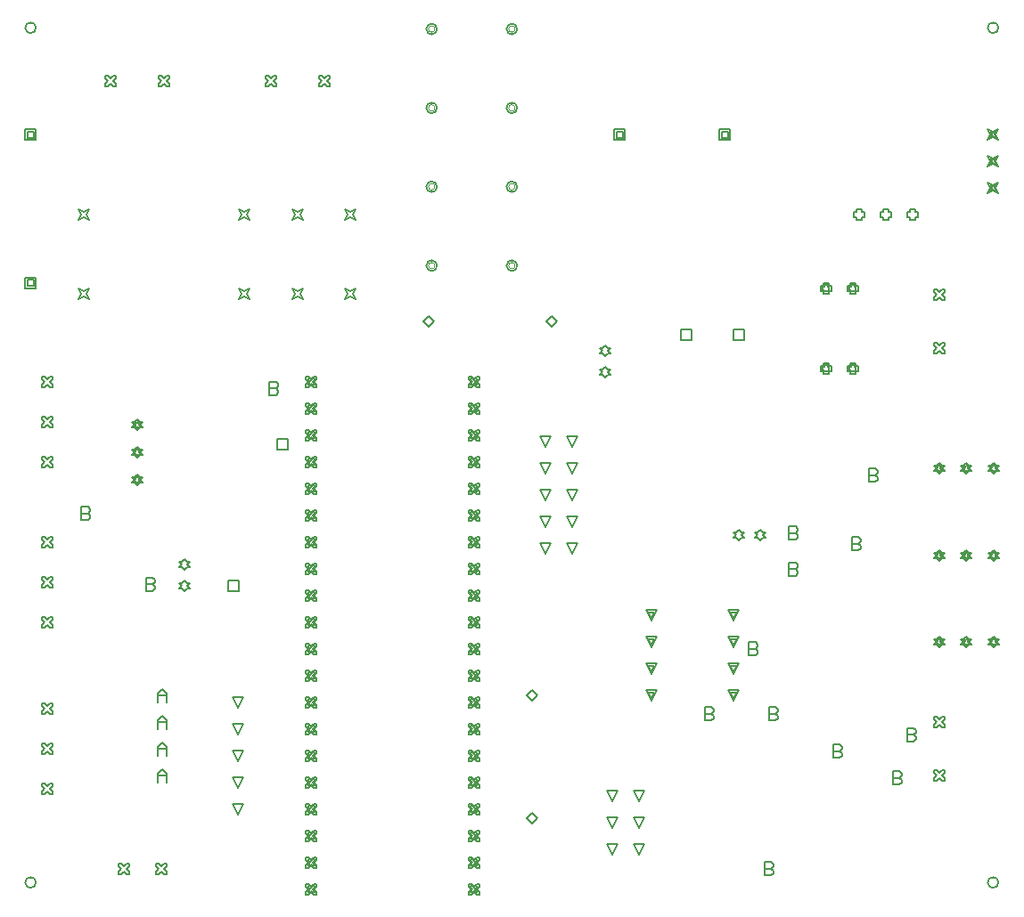
<source format=gbr>
%TF.GenerationSoftware,Altium Limited,Altium Designer,22.4.2 (48)*%
G04 Layer_Color=2752767*
%FSLAX26Y26*%
%MOIN*%
%TF.SameCoordinates,A4870EFA-22FD-4628-A34E-0957DAB8BB32*%
%TF.FilePolarity,Positive*%
%TF.FileFunction,Drawing*%
%TF.Part,Single*%
G01*
G75*
%TA.AperFunction,NonConductor*%
%ADD60C,0.005000*%
%ADD130C,0.006667*%
%ADD131C,0.004000*%
D60*
X939448Y1689252D02*
Y1729252D01*
X979448D01*
Y1689252D01*
X939448D01*
X1120552Y2220748D02*
Y2260748D01*
X1160552D01*
Y2220748D01*
X1120552D01*
X2125000Y1830000D02*
X2105000Y1870000D01*
X2145000D01*
X2125000Y1830000D01*
Y1930000D02*
X2105000Y1970000D01*
X2145000D01*
X2125000Y1930000D01*
Y2030000D02*
X2105000Y2070000D01*
X2145000D01*
X2125000Y2030000D01*
Y2130000D02*
X2105000Y2170000D01*
X2145000D01*
X2125000Y2130000D01*
Y2230000D02*
X2105000Y2270000D01*
X2145000D01*
X2125000Y2230000D01*
X2225000D02*
X2205000Y2270000D01*
X2245000D01*
X2225000Y2230000D01*
Y2130000D02*
X2205000Y2170000D01*
X2245000D01*
X2225000Y2130000D01*
Y2030000D02*
X2205000Y2070000D01*
X2245000D01*
X2225000Y2030000D01*
Y1930000D02*
X2205000Y1970000D01*
X2245000D01*
X2225000Y1930000D01*
Y1830000D02*
X2205000Y1870000D01*
X2245000D01*
X2225000Y1830000D01*
X775000Y1769370D02*
X785000Y1779370D01*
X795000D01*
X785000Y1789370D01*
X795000Y1799370D01*
X785000D01*
X775000Y1809370D01*
X765000Y1799370D01*
X755000D01*
X765000Y1789370D01*
X755000Y1779370D01*
X765000D01*
X775000Y1769370D01*
Y1690630D02*
X785000Y1700630D01*
X795000D01*
X785000Y1710630D01*
X795000Y1720630D01*
X785000D01*
X775000Y1730630D01*
X765000Y1720630D01*
X755000D01*
X765000Y1710630D01*
X755000Y1700630D01*
X765000D01*
X775000Y1690630D01*
X2350000Y2569370D02*
X2360000Y2579370D01*
X2370000D01*
X2360000Y2589370D01*
X2370000Y2599370D01*
X2360000D01*
X2350000Y2609370D01*
X2340000Y2599370D01*
X2330000D01*
X2340000Y2589370D01*
X2330000Y2579370D01*
X2340000D01*
X2350000Y2569370D01*
Y2490630D02*
X2360000Y2500630D01*
X2370000D01*
X2360000Y2510630D01*
X2370000Y2520630D01*
X2360000D01*
X2350000Y2530630D01*
X2340000Y2520630D01*
X2330000D01*
X2340000Y2510630D01*
X2330000Y2500630D01*
X2340000D01*
X2350000Y2490630D01*
X379212Y3080000D02*
X389212Y3100000D01*
X379212Y3120000D01*
X399212Y3110000D01*
X419212Y3120000D01*
X409212Y3100000D01*
X419212Y3080000D01*
X399212Y3090000D01*
X379212Y3080000D01*
X980000D02*
X990000Y3100000D01*
X980000Y3120000D01*
X1000000Y3110000D01*
X1020000Y3120000D01*
X1010000Y3100000D01*
X1020000Y3080000D01*
X1000000Y3090000D01*
X980000Y3080000D01*
X1178426D02*
X1188426Y3100000D01*
X1178426Y3120000D01*
X1198426Y3110000D01*
X1218426Y3120000D01*
X1208426Y3100000D01*
X1218426Y3080000D01*
X1198426Y3090000D01*
X1178426Y3080000D01*
X1376850D02*
X1386850Y3100000D01*
X1376850Y3120000D01*
X1396850Y3110000D01*
X1416850Y3120000D01*
X1406850Y3100000D01*
X1416850Y3080000D01*
X1396850Y3090000D01*
X1376850Y3080000D01*
Y2784724D02*
X1386850Y2804724D01*
X1376850Y2824724D01*
X1396850Y2814724D01*
X1416850Y2824724D01*
X1406850Y2804724D01*
X1416850Y2784724D01*
X1396850Y2794724D01*
X1376850Y2784724D01*
X1178426D02*
X1188426Y2804724D01*
X1178426Y2824724D01*
X1198426Y2814724D01*
X1218426Y2824724D01*
X1208426Y2804724D01*
X1218426Y2784724D01*
X1198426Y2794724D01*
X1178426Y2784724D01*
X980000D02*
X990000Y2804724D01*
X980000Y2824724D01*
X1000000Y2814724D01*
X1020000Y2824724D01*
X1010000Y2804724D01*
X1020000Y2784724D01*
X1000000Y2794724D01*
X980000Y2784724D01*
X379212D02*
X389212Y2804724D01*
X379212Y2824724D01*
X399212Y2814724D01*
X419212Y2824724D01*
X409212Y2804724D01*
X419212Y2784724D01*
X399212Y2794724D01*
X379212Y2784724D01*
X3490000Y3090000D02*
Y3080000D01*
X3510000D01*
Y3090000D01*
X3520000D01*
Y3110000D01*
X3510000D01*
Y3120000D01*
X3490000D01*
Y3110000D01*
X3480000D01*
Y3090000D01*
X3490000D01*
X3390000D02*
Y3080000D01*
X3410000D01*
Y3090000D01*
X3420000D01*
Y3110000D01*
X3410000D01*
Y3120000D01*
X3390000D01*
Y3110000D01*
X3380000D01*
Y3090000D01*
X3390000D01*
X3290000D02*
Y3080000D01*
X3310000D01*
Y3090000D01*
X3320000D01*
Y3110000D01*
X3310000D01*
Y3120000D01*
X3290000D01*
Y3110000D01*
X3280000D01*
Y3090000D01*
X3290000D01*
X680000Y3580000D02*
X690000D01*
X700000Y3590000D01*
X710000Y3580000D01*
X720000D01*
Y3590000D01*
X710000Y3600000D01*
X720000Y3610000D01*
Y3620000D01*
X710000D01*
X700000Y3610000D01*
X690000Y3620000D01*
X680000D01*
Y3610000D01*
X690000Y3600000D01*
X680000Y3590000D01*
Y3580000D01*
X480000D02*
X490000D01*
X500000Y3590000D01*
X510000Y3580000D01*
X520000D01*
Y3590000D01*
X510000Y3600000D01*
X520000Y3610000D01*
Y3620000D01*
X510000D01*
X500000Y3610000D01*
X490000Y3620000D01*
X480000D01*
Y3610000D01*
X490000Y3600000D01*
X480000Y3590000D01*
Y3580000D01*
X1280000D02*
X1290000D01*
X1300000Y3590000D01*
X1310000Y3580000D01*
X1320000D01*
Y3590000D01*
X1310000Y3600000D01*
X1320000Y3610000D01*
Y3620000D01*
X1310000D01*
X1300000Y3610000D01*
X1290000Y3620000D01*
X1280000D01*
Y3610000D01*
X1290000Y3600000D01*
X1280000Y3590000D01*
Y3580000D01*
X1080000D02*
X1090000D01*
X1100000Y3590000D01*
X1110000Y3580000D01*
X1120000D01*
Y3590000D01*
X1110000Y3600000D01*
X1120000Y3610000D01*
Y3620000D01*
X1110000D01*
X1100000Y3610000D01*
X1090000Y3620000D01*
X1080000D01*
Y3610000D01*
X1090000Y3600000D01*
X1080000Y3590000D01*
Y3580000D01*
X1669370Y2700000D02*
X1689370Y2720000D01*
X1709370Y2700000D01*
X1689370Y2680000D01*
X1669370Y2700000D01*
X2130000D02*
X2150000Y2720000D01*
X2170000Y2700000D01*
X2150000Y2680000D01*
X2130000Y2700000D01*
X180000Y3380000D02*
Y3420000D01*
X220000D01*
Y3380000D01*
X180000D01*
X188000Y3388000D02*
Y3412000D01*
X212000D01*
Y3388000D01*
X188000D01*
X180000Y2824882D02*
Y2864882D01*
X220000D01*
Y2824882D01*
X180000D01*
X188000Y2832882D02*
Y2856882D01*
X212000D01*
Y2832882D01*
X188000D01*
X2631574Y2630000D02*
Y2670000D01*
X2671574D01*
Y2630000D01*
X2631574D01*
X2828426D02*
Y2670000D01*
X2868426D01*
Y2630000D01*
X2828426D01*
X2776850Y3380000D02*
Y3420000D01*
X2816850D01*
Y3380000D01*
X2776850D01*
X2784850Y3388000D02*
Y3412000D01*
X2808850D01*
Y3388000D01*
X2784850D01*
X2383150Y3380000D02*
Y3420000D01*
X2423150D01*
Y3380000D01*
X2383150D01*
X2391150Y3388000D02*
Y3412000D01*
X2415150D01*
Y3388000D01*
X2391150D01*
X3580000Y1180000D02*
X3590000D01*
X3600000Y1190000D01*
X3610000Y1180000D01*
X3620000D01*
Y1190000D01*
X3610000Y1200000D01*
X3620000Y1210000D01*
Y1220000D01*
X3610000D01*
X3600000Y1210000D01*
X3590000Y1220000D01*
X3580000D01*
Y1210000D01*
X3590000Y1200000D01*
X3580000Y1190000D01*
Y1180000D01*
Y980000D02*
X3590000D01*
X3600000Y990000D01*
X3610000Y980000D01*
X3620000D01*
Y990000D01*
X3610000Y1000000D01*
X3620000Y1010000D01*
Y1020000D01*
X3610000D01*
X3600000Y1010000D01*
X3590000Y1020000D01*
X3580000D01*
Y1010000D01*
X3590000Y1000000D01*
X3580000Y990000D01*
Y980000D01*
X2521260Y1580000D02*
X2501260Y1620000D01*
X2541260D01*
X2521260Y1580000D01*
Y1588000D02*
X2509260Y1612000D01*
X2533260D01*
X2521260Y1588000D01*
Y1480000D02*
X2501260Y1520000D01*
X2541260D01*
X2521260Y1480000D01*
Y1488000D02*
X2509260Y1512000D01*
X2533260D01*
X2521260Y1488000D01*
Y1380000D02*
X2501260Y1420000D01*
X2541260D01*
X2521260Y1380000D01*
Y1388000D02*
X2509260Y1412000D01*
X2533260D01*
X2521260Y1388000D01*
Y1280000D02*
X2501260Y1320000D01*
X2541260D01*
X2521260Y1280000D01*
Y1288000D02*
X2509260Y1312000D01*
X2533260D01*
X2521260Y1288000D01*
X2828740Y1280000D02*
X2808740Y1320000D01*
X2848740D01*
X2828740Y1280000D01*
Y1288000D02*
X2816740Y1312000D01*
X2840740D01*
X2828740Y1288000D01*
Y1380000D02*
X2808740Y1420000D01*
X2848740D01*
X2828740Y1380000D01*
Y1388000D02*
X2816740Y1412000D01*
X2840740D01*
X2828740Y1388000D01*
Y1480000D02*
X2808740Y1520000D01*
X2848740D01*
X2828740Y1480000D01*
Y1488000D02*
X2816740Y1512000D01*
X2840740D01*
X2828740Y1488000D01*
Y1580000D02*
X2808740Y1620000D01*
X2848740D01*
X2828740Y1580000D01*
Y1588000D02*
X2816740Y1612000D01*
X2840740D01*
X2828740Y1588000D01*
X2850000Y1880000D02*
X2860000Y1890000D01*
X2870000D01*
X2860000Y1900000D01*
X2870000Y1910000D01*
X2860000D01*
X2850000Y1920000D01*
X2840000Y1910000D01*
X2830000D01*
X2840000Y1900000D01*
X2830000Y1890000D01*
X2840000D01*
X2850000Y1880000D01*
X2928740D02*
X2938740Y1890000D01*
X2948740D01*
X2938740Y1900000D01*
X2948740Y1910000D01*
X2938740D01*
X2928740Y1920000D01*
X2918740Y1910000D01*
X2908740D01*
X2918740Y1900000D01*
X2908740Y1890000D01*
X2918740D01*
X2928740Y1880000D01*
X3597638Y1480000D02*
X3607638Y1490000D01*
X3617638D01*
X3607638Y1500000D01*
X3617638Y1510000D01*
X3607638D01*
X3597638Y1520000D01*
X3587638Y1510000D01*
X3577638D01*
X3587638Y1500000D01*
X3577638Y1490000D01*
X3587638D01*
X3597638Y1480000D01*
Y1488000D02*
X3603638Y1494000D01*
X3609638D01*
X3603638Y1500000D01*
X3609638Y1506000D01*
X3603638D01*
X3597638Y1512000D01*
X3591638Y1506000D01*
X3585638D01*
X3591638Y1500000D01*
X3585638Y1494000D01*
X3591638D01*
X3597638Y1488000D01*
X3700000Y1480000D02*
X3710000Y1490000D01*
X3720000D01*
X3710000Y1500000D01*
X3720000Y1510000D01*
X3710000D01*
X3700000Y1520000D01*
X3690000Y1510000D01*
X3680000D01*
X3690000Y1500000D01*
X3680000Y1490000D01*
X3690000D01*
X3700000Y1480000D01*
Y1488000D02*
X3706000Y1494000D01*
X3712000D01*
X3706000Y1500000D01*
X3712000Y1506000D01*
X3706000D01*
X3700000Y1512000D01*
X3694000Y1506000D01*
X3688000D01*
X3694000Y1500000D01*
X3688000Y1494000D01*
X3694000D01*
X3700000Y1488000D01*
X3802362Y1480000D02*
X3812362Y1490000D01*
X3822362D01*
X3812362Y1500000D01*
X3822362Y1510000D01*
X3812362D01*
X3802362Y1520000D01*
X3792362Y1510000D01*
X3782362D01*
X3792362Y1500000D01*
X3782362Y1490000D01*
X3792362D01*
X3802362Y1480000D01*
Y1488000D02*
X3808362Y1494000D01*
X3814362D01*
X3808362Y1500000D01*
X3814362Y1506000D01*
X3808362D01*
X3802362Y1512000D01*
X3796362Y1506000D01*
X3790362D01*
X3796362Y1500000D01*
X3790362Y1494000D01*
X3796362D01*
X3802362Y1488000D01*
X3780000Y3380000D02*
X3790000Y3400000D01*
X3780000Y3420000D01*
X3800000Y3410000D01*
X3820000Y3420000D01*
X3810000Y3400000D01*
X3820000Y3380000D01*
X3800000Y3390000D01*
X3780000Y3380000D01*
X3788000Y3388000D02*
X3794000Y3400000D01*
X3788000Y3412000D01*
X3800000Y3406000D01*
X3812000Y3412000D01*
X3806000Y3400000D01*
X3812000Y3388000D01*
X3800000Y3394000D01*
X3788000Y3388000D01*
X3780000Y3280000D02*
X3790000Y3300000D01*
X3780000Y3320000D01*
X3800000Y3310000D01*
X3820000Y3320000D01*
X3810000Y3300000D01*
X3820000Y3280000D01*
X3800000Y3290000D01*
X3780000Y3280000D01*
X3788000Y3288000D02*
X3794000Y3300000D01*
X3788000Y3312000D01*
X3800000Y3306000D01*
X3812000Y3312000D01*
X3806000Y3300000D01*
X3812000Y3288000D01*
X3800000Y3294000D01*
X3788000Y3288000D01*
X3780000Y3180000D02*
X3790000Y3200000D01*
X3780000Y3220000D01*
X3800000Y3210000D01*
X3820000Y3220000D01*
X3810000Y3200000D01*
X3820000Y3180000D01*
X3800000Y3190000D01*
X3780000Y3180000D01*
X3788000Y3188000D02*
X3794000Y3200000D01*
X3788000Y3212000D01*
X3800000Y3206000D01*
X3812000Y3212000D01*
X3806000Y3200000D01*
X3812000Y3188000D01*
X3800000Y3194000D01*
X3788000Y3188000D01*
X3802362Y1805000D02*
X3812362Y1815000D01*
X3822362D01*
X3812362Y1825000D01*
X3822362Y1835000D01*
X3812362D01*
X3802362Y1845000D01*
X3792362Y1835000D01*
X3782362D01*
X3792362Y1825000D01*
X3782362Y1815000D01*
X3792362D01*
X3802362Y1805000D01*
Y1813000D02*
X3808362Y1819000D01*
X3814362D01*
X3808362Y1825000D01*
X3814362Y1831000D01*
X3808362D01*
X3802362Y1837000D01*
X3796362Y1831000D01*
X3790362D01*
X3796362Y1825000D01*
X3790362Y1819000D01*
X3796362D01*
X3802362Y1813000D01*
X3700000Y1805000D02*
X3710000Y1815000D01*
X3720000D01*
X3710000Y1825000D01*
X3720000Y1835000D01*
X3710000D01*
X3700000Y1845000D01*
X3690000Y1835000D01*
X3680000D01*
X3690000Y1825000D01*
X3680000Y1815000D01*
X3690000D01*
X3700000Y1805000D01*
Y1813000D02*
X3706000Y1819000D01*
X3712000D01*
X3706000Y1825000D01*
X3712000Y1831000D01*
X3706000D01*
X3700000Y1837000D01*
X3694000Y1831000D01*
X3688000D01*
X3694000Y1825000D01*
X3688000Y1819000D01*
X3694000D01*
X3700000Y1813000D01*
X3597638Y1805000D02*
X3607638Y1815000D01*
X3617638D01*
X3607638Y1825000D01*
X3617638Y1835000D01*
X3607638D01*
X3597638Y1845000D01*
X3587638Y1835000D01*
X3577638D01*
X3587638Y1825000D01*
X3577638Y1815000D01*
X3587638D01*
X3597638Y1805000D01*
Y1813000D02*
X3603638Y1819000D01*
X3609638D01*
X3603638Y1825000D01*
X3609638Y1831000D01*
X3603638D01*
X3597638Y1837000D01*
X3591638Y1831000D01*
X3585638D01*
X3591638Y1825000D01*
X3585638Y1819000D01*
X3591638D01*
X3597638Y1813000D01*
Y2130000D02*
X3607638Y2140000D01*
X3617638D01*
X3607638Y2150000D01*
X3617638Y2160000D01*
X3607638D01*
X3597638Y2170000D01*
X3587638Y2160000D01*
X3577638D01*
X3587638Y2150000D01*
X3577638Y2140000D01*
X3587638D01*
X3597638Y2130000D01*
Y2138000D02*
X3603638Y2144000D01*
X3609638D01*
X3603638Y2150000D01*
X3609638Y2156000D01*
X3603638D01*
X3597638Y2162000D01*
X3591638Y2156000D01*
X3585638D01*
X3591638Y2150000D01*
X3585638Y2144000D01*
X3591638D01*
X3597638Y2138000D01*
X3700000Y2130000D02*
X3710000Y2140000D01*
X3720000D01*
X3710000Y2150000D01*
X3720000Y2160000D01*
X3710000D01*
X3700000Y2170000D01*
X3690000Y2160000D01*
X3680000D01*
X3690000Y2150000D01*
X3680000Y2140000D01*
X3690000D01*
X3700000Y2130000D01*
Y2138000D02*
X3706000Y2144000D01*
X3712000D01*
X3706000Y2150000D01*
X3712000Y2156000D01*
X3706000D01*
X3700000Y2162000D01*
X3694000Y2156000D01*
X3688000D01*
X3694000Y2150000D01*
X3688000Y2144000D01*
X3694000D01*
X3700000Y2138000D01*
X3802362Y2130000D02*
X3812362Y2140000D01*
X3822362D01*
X3812362Y2150000D01*
X3822362Y2160000D01*
X3812362D01*
X3802362Y2170000D01*
X3792362Y2160000D01*
X3782362D01*
X3792362Y2150000D01*
X3782362Y2140000D01*
X3792362D01*
X3802362Y2130000D01*
Y2138000D02*
X3808362Y2144000D01*
X3814362D01*
X3808362Y2150000D01*
X3814362Y2156000D01*
X3808362D01*
X3802362Y2162000D01*
X3796362Y2156000D01*
X3790362D01*
X3796362Y2150000D01*
X3790362Y2144000D01*
X3796362D01*
X3802362Y2138000D01*
X3165000Y2815000D02*
Y2805000D01*
X3185000D01*
Y2815000D01*
X3195000D01*
Y2835000D01*
X3185000D01*
Y2845000D01*
X3165000D01*
Y2835000D01*
X3155000D01*
Y2815000D01*
X3165000D01*
X3169000Y2819000D02*
Y2813000D01*
X3181000D01*
Y2819000D01*
X3187000D01*
Y2831000D01*
X3181000D01*
Y2837000D01*
X3169000D01*
Y2831000D01*
X3163000D01*
Y2819000D01*
X3169000D01*
X3265000Y2815000D02*
Y2805000D01*
X3285000D01*
Y2815000D01*
X3295000D01*
Y2835000D01*
X3285000D01*
Y2845000D01*
X3265000D01*
Y2835000D01*
X3255000D01*
Y2815000D01*
X3265000D01*
X3269000Y2819000D02*
Y2813000D01*
X3281000D01*
Y2819000D01*
X3287000D01*
Y2831000D01*
X3281000D01*
Y2837000D01*
X3269000D01*
Y2831000D01*
X3263000D01*
Y2819000D01*
X3269000D01*
X3265000Y2515000D02*
Y2505000D01*
X3285000D01*
Y2515000D01*
X3295000D01*
Y2535000D01*
X3285000D01*
Y2545000D01*
X3265000D01*
Y2535000D01*
X3255000D01*
Y2515000D01*
X3265000D01*
X3269000Y2519000D02*
Y2513000D01*
X3281000D01*
Y2519000D01*
X3287000D01*
Y2531000D01*
X3281000D01*
Y2537000D01*
X3269000D01*
Y2531000D01*
X3263000D01*
Y2519000D01*
X3269000D01*
X3165000Y2515000D02*
Y2505000D01*
X3185000D01*
Y2515000D01*
X3195000D01*
Y2535000D01*
X3185000D01*
Y2545000D01*
X3165000D01*
Y2535000D01*
X3155000D01*
Y2515000D01*
X3165000D01*
X3169000Y2519000D02*
Y2513000D01*
X3181000D01*
Y2519000D01*
X3187000D01*
Y2531000D01*
X3181000D01*
Y2537000D01*
X3169000D01*
Y2531000D01*
X3163000D01*
Y2519000D01*
X3169000D01*
X3580000Y2780000D02*
X3590000D01*
X3600000Y2790000D01*
X3610000Y2780000D01*
X3620000D01*
Y2790000D01*
X3610000Y2800000D01*
X3620000Y2810000D01*
Y2820000D01*
X3610000D01*
X3600000Y2810000D01*
X3590000Y2820000D01*
X3580000D01*
Y2810000D01*
X3590000Y2800000D01*
X3580000Y2790000D01*
Y2780000D01*
Y2580000D02*
X3590000D01*
X3600000Y2590000D01*
X3610000Y2580000D01*
X3620000D01*
Y2590000D01*
X3610000Y2600000D01*
X3620000Y2610000D01*
Y2620000D01*
X3610000D01*
X3600000Y2610000D01*
X3590000Y2620000D01*
X3580000D01*
Y2610000D01*
X3590000Y2600000D01*
X3580000Y2590000D01*
Y2580000D01*
X1837480Y2455000D02*
X1847480D01*
X1857480Y2465000D01*
X1867480Y2455000D01*
X1877480D01*
Y2465000D01*
X1867480Y2475000D01*
X1877480Y2485000D01*
Y2495000D01*
X1867480D01*
X1857480Y2485000D01*
X1847480Y2495000D01*
X1837480D01*
Y2485000D01*
X1847480Y2475000D01*
X1837480Y2465000D01*
Y2455000D01*
X1845480Y2463000D02*
X1851480D01*
X1857480Y2469000D01*
X1863480Y2463000D01*
X1869480D01*
Y2469000D01*
X1863480Y2475000D01*
X1869480Y2481000D01*
Y2487000D01*
X1863480D01*
X1857480Y2481000D01*
X1851480Y2487000D01*
X1845480D01*
Y2481000D01*
X1851480Y2475000D01*
X1845480Y2469000D01*
Y2463000D01*
X1837480Y2355000D02*
X1847480D01*
X1857480Y2365000D01*
X1867480Y2355000D01*
X1877480D01*
Y2365000D01*
X1867480Y2375000D01*
X1877480Y2385000D01*
Y2395000D01*
X1867480D01*
X1857480Y2385000D01*
X1847480Y2395000D01*
X1837480D01*
Y2385000D01*
X1847480Y2375000D01*
X1837480Y2365000D01*
Y2355000D01*
X1845480Y2363000D02*
X1851480D01*
X1857480Y2369000D01*
X1863480Y2363000D01*
X1869480D01*
Y2369000D01*
X1863480Y2375000D01*
X1869480Y2381000D01*
Y2387000D01*
X1863480D01*
X1857480Y2381000D01*
X1851480Y2387000D01*
X1845480D01*
Y2381000D01*
X1851480Y2375000D01*
X1845480Y2369000D01*
Y2363000D01*
X1837480Y2255000D02*
X1847480D01*
X1857480Y2265000D01*
X1867480Y2255000D01*
X1877480D01*
Y2265000D01*
X1867480Y2275000D01*
X1877480Y2285000D01*
Y2295000D01*
X1867480D01*
X1857480Y2285000D01*
X1847480Y2295000D01*
X1837480D01*
Y2285000D01*
X1847480Y2275000D01*
X1837480Y2265000D01*
Y2255000D01*
X1845480Y2263000D02*
X1851480D01*
X1857480Y2269000D01*
X1863480Y2263000D01*
X1869480D01*
Y2269000D01*
X1863480Y2275000D01*
X1869480Y2281000D01*
Y2287000D01*
X1863480D01*
X1857480Y2281000D01*
X1851480Y2287000D01*
X1845480D01*
Y2281000D01*
X1851480Y2275000D01*
X1845480Y2269000D01*
Y2263000D01*
X1837480Y2155000D02*
X1847480D01*
X1857480Y2165000D01*
X1867480Y2155000D01*
X1877480D01*
Y2165000D01*
X1867480Y2175000D01*
X1877480Y2185000D01*
Y2195000D01*
X1867480D01*
X1857480Y2185000D01*
X1847480Y2195000D01*
X1837480D01*
Y2185000D01*
X1847480Y2175000D01*
X1837480Y2165000D01*
Y2155000D01*
X1845480Y2163000D02*
X1851480D01*
X1857480Y2169000D01*
X1863480Y2163000D01*
X1869480D01*
Y2169000D01*
X1863480Y2175000D01*
X1869480Y2181000D01*
Y2187000D01*
X1863480D01*
X1857480Y2181000D01*
X1851480Y2187000D01*
X1845480D01*
Y2181000D01*
X1851480Y2175000D01*
X1845480Y2169000D01*
Y2163000D01*
X1837480Y2055000D02*
X1847480D01*
X1857480Y2065000D01*
X1867480Y2055000D01*
X1877480D01*
Y2065000D01*
X1867480Y2075000D01*
X1877480Y2085000D01*
Y2095000D01*
X1867480D01*
X1857480Y2085000D01*
X1847480Y2095000D01*
X1837480D01*
Y2085000D01*
X1847480Y2075000D01*
X1837480Y2065000D01*
Y2055000D01*
X1845480Y2063000D02*
X1851480D01*
X1857480Y2069000D01*
X1863480Y2063000D01*
X1869480D01*
Y2069000D01*
X1863480Y2075000D01*
X1869480Y2081000D01*
Y2087000D01*
X1863480D01*
X1857480Y2081000D01*
X1851480Y2087000D01*
X1845480D01*
Y2081000D01*
X1851480Y2075000D01*
X1845480Y2069000D01*
Y2063000D01*
X1837480Y1955000D02*
X1847480D01*
X1857480Y1965000D01*
X1867480Y1955000D01*
X1877480D01*
Y1965000D01*
X1867480Y1975000D01*
X1877480Y1985000D01*
Y1995000D01*
X1867480D01*
X1857480Y1985000D01*
X1847480Y1995000D01*
X1837480D01*
Y1985000D01*
X1847480Y1975000D01*
X1837480Y1965000D01*
Y1955000D01*
X1845480Y1963000D02*
X1851480D01*
X1857480Y1969000D01*
X1863480Y1963000D01*
X1869480D01*
Y1969000D01*
X1863480Y1975000D01*
X1869480Y1981000D01*
Y1987000D01*
X1863480D01*
X1857480Y1981000D01*
X1851480Y1987000D01*
X1845480D01*
Y1981000D01*
X1851480Y1975000D01*
X1845480Y1969000D01*
Y1963000D01*
X1837480Y1855000D02*
X1847480D01*
X1857480Y1865000D01*
X1867480Y1855000D01*
X1877480D01*
Y1865000D01*
X1867480Y1875000D01*
X1877480Y1885000D01*
Y1895000D01*
X1867480D01*
X1857480Y1885000D01*
X1847480Y1895000D01*
X1837480D01*
Y1885000D01*
X1847480Y1875000D01*
X1837480Y1865000D01*
Y1855000D01*
X1845480Y1863000D02*
X1851480D01*
X1857480Y1869000D01*
X1863480Y1863000D01*
X1869480D01*
Y1869000D01*
X1863480Y1875000D01*
X1869480Y1881000D01*
Y1887000D01*
X1863480D01*
X1857480Y1881000D01*
X1851480Y1887000D01*
X1845480D01*
Y1881000D01*
X1851480Y1875000D01*
X1845480Y1869000D01*
Y1863000D01*
X1837480Y1755000D02*
X1847480D01*
X1857480Y1765000D01*
X1867480Y1755000D01*
X1877480D01*
Y1765000D01*
X1867480Y1775000D01*
X1877480Y1785000D01*
Y1795000D01*
X1867480D01*
X1857480Y1785000D01*
X1847480Y1795000D01*
X1837480D01*
Y1785000D01*
X1847480Y1775000D01*
X1837480Y1765000D01*
Y1755000D01*
X1845480Y1763000D02*
X1851480D01*
X1857480Y1769000D01*
X1863480Y1763000D01*
X1869480D01*
Y1769000D01*
X1863480Y1775000D01*
X1869480Y1781000D01*
Y1787000D01*
X1863480D01*
X1857480Y1781000D01*
X1851480Y1787000D01*
X1845480D01*
Y1781000D01*
X1851480Y1775000D01*
X1845480Y1769000D01*
Y1763000D01*
X1837480Y1655000D02*
X1847480D01*
X1857480Y1665000D01*
X1867480Y1655000D01*
X1877480D01*
Y1665000D01*
X1867480Y1675000D01*
X1877480Y1685000D01*
Y1695000D01*
X1867480D01*
X1857480Y1685000D01*
X1847480Y1695000D01*
X1837480D01*
Y1685000D01*
X1847480Y1675000D01*
X1837480Y1665000D01*
Y1655000D01*
X1845480Y1663000D02*
X1851480D01*
X1857480Y1669000D01*
X1863480Y1663000D01*
X1869480D01*
Y1669000D01*
X1863480Y1675000D01*
X1869480Y1681000D01*
Y1687000D01*
X1863480D01*
X1857480Y1681000D01*
X1851480Y1687000D01*
X1845480D01*
Y1681000D01*
X1851480Y1675000D01*
X1845480Y1669000D01*
Y1663000D01*
X1837480Y1555000D02*
X1847480D01*
X1857480Y1565000D01*
X1867480Y1555000D01*
X1877480D01*
Y1565000D01*
X1867480Y1575000D01*
X1877480Y1585000D01*
Y1595000D01*
X1867480D01*
X1857480Y1585000D01*
X1847480Y1595000D01*
X1837480D01*
Y1585000D01*
X1847480Y1575000D01*
X1837480Y1565000D01*
Y1555000D01*
X1845480Y1563000D02*
X1851480D01*
X1857480Y1569000D01*
X1863480Y1563000D01*
X1869480D01*
Y1569000D01*
X1863480Y1575000D01*
X1869480Y1581000D01*
Y1587000D01*
X1863480D01*
X1857480Y1581000D01*
X1851480Y1587000D01*
X1845480D01*
Y1581000D01*
X1851480Y1575000D01*
X1845480Y1569000D01*
Y1563000D01*
X1837480Y1455000D02*
X1847480D01*
X1857480Y1465000D01*
X1867480Y1455000D01*
X1877480D01*
Y1465000D01*
X1867480Y1475000D01*
X1877480Y1485000D01*
Y1495000D01*
X1867480D01*
X1857480Y1485000D01*
X1847480Y1495000D01*
X1837480D01*
Y1485000D01*
X1847480Y1475000D01*
X1837480Y1465000D01*
Y1455000D01*
X1845480Y1463000D02*
X1851480D01*
X1857480Y1469000D01*
X1863480Y1463000D01*
X1869480D01*
Y1469000D01*
X1863480Y1475000D01*
X1869480Y1481000D01*
Y1487000D01*
X1863480D01*
X1857480Y1481000D01*
X1851480Y1487000D01*
X1845480D01*
Y1481000D01*
X1851480Y1475000D01*
X1845480Y1469000D01*
Y1463000D01*
X1837480Y1355000D02*
X1847480D01*
X1857480Y1365000D01*
X1867480Y1355000D01*
X1877480D01*
Y1365000D01*
X1867480Y1375000D01*
X1877480Y1385000D01*
Y1395000D01*
X1867480D01*
X1857480Y1385000D01*
X1847480Y1395000D01*
X1837480D01*
Y1385000D01*
X1847480Y1375000D01*
X1837480Y1365000D01*
Y1355000D01*
X1845480Y1363000D02*
X1851480D01*
X1857480Y1369000D01*
X1863480Y1363000D01*
X1869480D01*
Y1369000D01*
X1863480Y1375000D01*
X1869480Y1381000D01*
Y1387000D01*
X1863480D01*
X1857480Y1381000D01*
X1851480Y1387000D01*
X1845480D01*
Y1381000D01*
X1851480Y1375000D01*
X1845480Y1369000D01*
Y1363000D01*
X1837480Y1255000D02*
X1847480D01*
X1857480Y1265000D01*
X1867480Y1255000D01*
X1877480D01*
Y1265000D01*
X1867480Y1275000D01*
X1877480Y1285000D01*
Y1295000D01*
X1867480D01*
X1857480Y1285000D01*
X1847480Y1295000D01*
X1837480D01*
Y1285000D01*
X1847480Y1275000D01*
X1837480Y1265000D01*
Y1255000D01*
X1845480Y1263000D02*
X1851480D01*
X1857480Y1269000D01*
X1863480Y1263000D01*
X1869480D01*
Y1269000D01*
X1863480Y1275000D01*
X1869480Y1281000D01*
Y1287000D01*
X1863480D01*
X1857480Y1281000D01*
X1851480Y1287000D01*
X1845480D01*
Y1281000D01*
X1851480Y1275000D01*
X1845480Y1269000D01*
Y1263000D01*
X1837480Y1155000D02*
X1847480D01*
X1857480Y1165000D01*
X1867480Y1155000D01*
X1877480D01*
Y1165000D01*
X1867480Y1175000D01*
X1877480Y1185000D01*
Y1195000D01*
X1867480D01*
X1857480Y1185000D01*
X1847480Y1195000D01*
X1837480D01*
Y1185000D01*
X1847480Y1175000D01*
X1837480Y1165000D01*
Y1155000D01*
X1845480Y1163000D02*
X1851480D01*
X1857480Y1169000D01*
X1863480Y1163000D01*
X1869480D01*
Y1169000D01*
X1863480Y1175000D01*
X1869480Y1181000D01*
Y1187000D01*
X1863480D01*
X1857480Y1181000D01*
X1851480Y1187000D01*
X1845480D01*
Y1181000D01*
X1851480Y1175000D01*
X1845480Y1169000D01*
Y1163000D01*
X1837480Y1055000D02*
X1847480D01*
X1857480Y1065000D01*
X1867480Y1055000D01*
X1877480D01*
Y1065000D01*
X1867480Y1075000D01*
X1877480Y1085000D01*
Y1095000D01*
X1867480D01*
X1857480Y1085000D01*
X1847480Y1095000D01*
X1837480D01*
Y1085000D01*
X1847480Y1075000D01*
X1837480Y1065000D01*
Y1055000D01*
X1845480Y1063000D02*
X1851480D01*
X1857480Y1069000D01*
X1863480Y1063000D01*
X1869480D01*
Y1069000D01*
X1863480Y1075000D01*
X1869480Y1081000D01*
Y1087000D01*
X1863480D01*
X1857480Y1081000D01*
X1851480Y1087000D01*
X1845480D01*
Y1081000D01*
X1851480Y1075000D01*
X1845480Y1069000D01*
Y1063000D01*
X1837480Y955000D02*
X1847480D01*
X1857480Y965000D01*
X1867480Y955000D01*
X1877480D01*
Y965000D01*
X1867480Y975000D01*
X1877480Y985000D01*
Y995000D01*
X1867480D01*
X1857480Y985000D01*
X1847480Y995000D01*
X1837480D01*
Y985000D01*
X1847480Y975000D01*
X1837480Y965000D01*
Y955000D01*
X1845480Y963000D02*
X1851480D01*
X1857480Y969000D01*
X1863480Y963000D01*
X1869480D01*
Y969000D01*
X1863480Y975000D01*
X1869480Y981000D01*
Y987000D01*
X1863480D01*
X1857480Y981000D01*
X1851480Y987000D01*
X1845480D01*
Y981000D01*
X1851480Y975000D01*
X1845480Y969000D01*
Y963000D01*
X1837480Y855000D02*
X1847480D01*
X1857480Y865000D01*
X1867480Y855000D01*
X1877480D01*
Y865000D01*
X1867480Y875000D01*
X1877480Y885000D01*
Y895000D01*
X1867480D01*
X1857480Y885000D01*
X1847480Y895000D01*
X1837480D01*
Y885000D01*
X1847480Y875000D01*
X1837480Y865000D01*
Y855000D01*
X1845480Y863000D02*
X1851480D01*
X1857480Y869000D01*
X1863480Y863000D01*
X1869480D01*
Y869000D01*
X1863480Y875000D01*
X1869480Y881000D01*
Y887000D01*
X1863480D01*
X1857480Y881000D01*
X1851480Y887000D01*
X1845480D01*
Y881000D01*
X1851480Y875000D01*
X1845480Y869000D01*
Y863000D01*
X1837480Y755000D02*
X1847480D01*
X1857480Y765000D01*
X1867480Y755000D01*
X1877480D01*
Y765000D01*
X1867480Y775000D01*
X1877480Y785000D01*
Y795000D01*
X1867480D01*
X1857480Y785000D01*
X1847480Y795000D01*
X1837480D01*
Y785000D01*
X1847480Y775000D01*
X1837480Y765000D01*
Y755000D01*
X1845480Y763000D02*
X1851480D01*
X1857480Y769000D01*
X1863480Y763000D01*
X1869480D01*
Y769000D01*
X1863480Y775000D01*
X1869480Y781000D01*
Y787000D01*
X1863480D01*
X1857480Y781000D01*
X1851480Y787000D01*
X1845480D01*
Y781000D01*
X1851480Y775000D01*
X1845480Y769000D01*
Y763000D01*
X1837480Y655000D02*
X1847480D01*
X1857480Y665000D01*
X1867480Y655000D01*
X1877480D01*
Y665000D01*
X1867480Y675000D01*
X1877480Y685000D01*
Y695000D01*
X1867480D01*
X1857480Y685000D01*
X1847480Y695000D01*
X1837480D01*
Y685000D01*
X1847480Y675000D01*
X1837480Y665000D01*
Y655000D01*
X1845480Y663000D02*
X1851480D01*
X1857480Y669000D01*
X1863480Y663000D01*
X1869480D01*
Y669000D01*
X1863480Y675000D01*
X1869480Y681000D01*
Y687000D01*
X1863480D01*
X1857480Y681000D01*
X1851480Y687000D01*
X1845480D01*
Y681000D01*
X1851480Y675000D01*
X1845480Y669000D01*
Y663000D01*
X1837480Y555000D02*
X1847480D01*
X1857480Y565000D01*
X1867480Y555000D01*
X1877480D01*
Y565000D01*
X1867480Y575000D01*
X1877480Y585000D01*
Y595000D01*
X1867480D01*
X1857480Y585000D01*
X1847480Y595000D01*
X1837480D01*
Y585000D01*
X1847480Y575000D01*
X1837480Y565000D01*
Y555000D01*
X1845480Y563000D02*
X1851480D01*
X1857480Y569000D01*
X1863480Y563000D01*
X1869480D01*
Y569000D01*
X1863480Y575000D01*
X1869480Y581000D01*
Y587000D01*
X1863480D01*
X1857480Y581000D01*
X1851480Y587000D01*
X1845480D01*
Y581000D01*
X1851480Y575000D01*
X1845480Y569000D01*
Y563000D01*
X1230000Y555000D02*
X1240000D01*
X1250000Y565000D01*
X1260000Y555000D01*
X1270000D01*
Y565000D01*
X1260000Y575000D01*
X1270000Y585000D01*
Y595000D01*
X1260000D01*
X1250000Y585000D01*
X1240000Y595000D01*
X1230000D01*
Y585000D01*
X1240000Y575000D01*
X1230000Y565000D01*
Y555000D01*
X1238000Y563000D02*
X1244000D01*
X1250000Y569000D01*
X1256000Y563000D01*
X1262000D01*
Y569000D01*
X1256000Y575000D01*
X1262000Y581000D01*
Y587000D01*
X1256000D01*
X1250000Y581000D01*
X1244000Y587000D01*
X1238000D01*
Y581000D01*
X1244000Y575000D01*
X1238000Y569000D01*
Y563000D01*
X1230000Y655000D02*
X1240000D01*
X1250000Y665000D01*
X1260000Y655000D01*
X1270000D01*
Y665000D01*
X1260000Y675000D01*
X1270000Y685000D01*
Y695000D01*
X1260000D01*
X1250000Y685000D01*
X1240000Y695000D01*
X1230000D01*
Y685000D01*
X1240000Y675000D01*
X1230000Y665000D01*
Y655000D01*
X1238000Y663000D02*
X1244000D01*
X1250000Y669000D01*
X1256000Y663000D01*
X1262000D01*
Y669000D01*
X1256000Y675000D01*
X1262000Y681000D01*
Y687000D01*
X1256000D01*
X1250000Y681000D01*
X1244000Y687000D01*
X1238000D01*
Y681000D01*
X1244000Y675000D01*
X1238000Y669000D01*
Y663000D01*
X1230000Y755000D02*
X1240000D01*
X1250000Y765000D01*
X1260000Y755000D01*
X1270000D01*
Y765000D01*
X1260000Y775000D01*
X1270000Y785000D01*
Y795000D01*
X1260000D01*
X1250000Y785000D01*
X1240000Y795000D01*
X1230000D01*
Y785000D01*
X1240000Y775000D01*
X1230000Y765000D01*
Y755000D01*
X1238000Y763000D02*
X1244000D01*
X1250000Y769000D01*
X1256000Y763000D01*
X1262000D01*
Y769000D01*
X1256000Y775000D01*
X1262000Y781000D01*
Y787000D01*
X1256000D01*
X1250000Y781000D01*
X1244000Y787000D01*
X1238000D01*
Y781000D01*
X1244000Y775000D01*
X1238000Y769000D01*
Y763000D01*
X1230000Y855000D02*
X1240000D01*
X1250000Y865000D01*
X1260000Y855000D01*
X1270000D01*
Y865000D01*
X1260000Y875000D01*
X1270000Y885000D01*
Y895000D01*
X1260000D01*
X1250000Y885000D01*
X1240000Y895000D01*
X1230000D01*
Y885000D01*
X1240000Y875000D01*
X1230000Y865000D01*
Y855000D01*
X1238000Y863000D02*
X1244000D01*
X1250000Y869000D01*
X1256000Y863000D01*
X1262000D01*
Y869000D01*
X1256000Y875000D01*
X1262000Y881000D01*
Y887000D01*
X1256000D01*
X1250000Y881000D01*
X1244000Y887000D01*
X1238000D01*
Y881000D01*
X1244000Y875000D01*
X1238000Y869000D01*
Y863000D01*
X1230000Y955000D02*
X1240000D01*
X1250000Y965000D01*
X1260000Y955000D01*
X1270000D01*
Y965000D01*
X1260000Y975000D01*
X1270000Y985000D01*
Y995000D01*
X1260000D01*
X1250000Y985000D01*
X1240000Y995000D01*
X1230000D01*
Y985000D01*
X1240000Y975000D01*
X1230000Y965000D01*
Y955000D01*
X1238000Y963000D02*
X1244000D01*
X1250000Y969000D01*
X1256000Y963000D01*
X1262000D01*
Y969000D01*
X1256000Y975000D01*
X1262000Y981000D01*
Y987000D01*
X1256000D01*
X1250000Y981000D01*
X1244000Y987000D01*
X1238000D01*
Y981000D01*
X1244000Y975000D01*
X1238000Y969000D01*
Y963000D01*
X1230000Y1055000D02*
X1240000D01*
X1250000Y1065000D01*
X1260000Y1055000D01*
X1270000D01*
Y1065000D01*
X1260000Y1075000D01*
X1270000Y1085000D01*
Y1095000D01*
X1260000D01*
X1250000Y1085000D01*
X1240000Y1095000D01*
X1230000D01*
Y1085000D01*
X1240000Y1075000D01*
X1230000Y1065000D01*
Y1055000D01*
X1238000Y1063000D02*
X1244000D01*
X1250000Y1069000D01*
X1256000Y1063000D01*
X1262000D01*
Y1069000D01*
X1256000Y1075000D01*
X1262000Y1081000D01*
Y1087000D01*
X1256000D01*
X1250000Y1081000D01*
X1244000Y1087000D01*
X1238000D01*
Y1081000D01*
X1244000Y1075000D01*
X1238000Y1069000D01*
Y1063000D01*
X1230000Y1155000D02*
X1240000D01*
X1250000Y1165000D01*
X1260000Y1155000D01*
X1270000D01*
Y1165000D01*
X1260000Y1175000D01*
X1270000Y1185000D01*
Y1195000D01*
X1260000D01*
X1250000Y1185000D01*
X1240000Y1195000D01*
X1230000D01*
Y1185000D01*
X1240000Y1175000D01*
X1230000Y1165000D01*
Y1155000D01*
X1238000Y1163000D02*
X1244000D01*
X1250000Y1169000D01*
X1256000Y1163000D01*
X1262000D01*
Y1169000D01*
X1256000Y1175000D01*
X1262000Y1181000D01*
Y1187000D01*
X1256000D01*
X1250000Y1181000D01*
X1244000Y1187000D01*
X1238000D01*
Y1181000D01*
X1244000Y1175000D01*
X1238000Y1169000D01*
Y1163000D01*
X1230000Y1255000D02*
X1240000D01*
X1250000Y1265000D01*
X1260000Y1255000D01*
X1270000D01*
Y1265000D01*
X1260000Y1275000D01*
X1270000Y1285000D01*
Y1295000D01*
X1260000D01*
X1250000Y1285000D01*
X1240000Y1295000D01*
X1230000D01*
Y1285000D01*
X1240000Y1275000D01*
X1230000Y1265000D01*
Y1255000D01*
X1238000Y1263000D02*
X1244000D01*
X1250000Y1269000D01*
X1256000Y1263000D01*
X1262000D01*
Y1269000D01*
X1256000Y1275000D01*
X1262000Y1281000D01*
Y1287000D01*
X1256000D01*
X1250000Y1281000D01*
X1244000Y1287000D01*
X1238000D01*
Y1281000D01*
X1244000Y1275000D01*
X1238000Y1269000D01*
Y1263000D01*
X1230000Y1355000D02*
X1240000D01*
X1250000Y1365000D01*
X1260000Y1355000D01*
X1270000D01*
Y1365000D01*
X1260000Y1375000D01*
X1270000Y1385000D01*
Y1395000D01*
X1260000D01*
X1250000Y1385000D01*
X1240000Y1395000D01*
X1230000D01*
Y1385000D01*
X1240000Y1375000D01*
X1230000Y1365000D01*
Y1355000D01*
X1238000Y1363000D02*
X1244000D01*
X1250000Y1369000D01*
X1256000Y1363000D01*
X1262000D01*
Y1369000D01*
X1256000Y1375000D01*
X1262000Y1381000D01*
Y1387000D01*
X1256000D01*
X1250000Y1381000D01*
X1244000Y1387000D01*
X1238000D01*
Y1381000D01*
X1244000Y1375000D01*
X1238000Y1369000D01*
Y1363000D01*
X1230000Y1455000D02*
X1240000D01*
X1250000Y1465000D01*
X1260000Y1455000D01*
X1270000D01*
Y1465000D01*
X1260000Y1475000D01*
X1270000Y1485000D01*
Y1495000D01*
X1260000D01*
X1250000Y1485000D01*
X1240000Y1495000D01*
X1230000D01*
Y1485000D01*
X1240000Y1475000D01*
X1230000Y1465000D01*
Y1455000D01*
X1238000Y1463000D02*
X1244000D01*
X1250000Y1469000D01*
X1256000Y1463000D01*
X1262000D01*
Y1469000D01*
X1256000Y1475000D01*
X1262000Y1481000D01*
Y1487000D01*
X1256000D01*
X1250000Y1481000D01*
X1244000Y1487000D01*
X1238000D01*
Y1481000D01*
X1244000Y1475000D01*
X1238000Y1469000D01*
Y1463000D01*
X1230000Y1555000D02*
X1240000D01*
X1250000Y1565000D01*
X1260000Y1555000D01*
X1270000D01*
Y1565000D01*
X1260000Y1575000D01*
X1270000Y1585000D01*
Y1595000D01*
X1260000D01*
X1250000Y1585000D01*
X1240000Y1595000D01*
X1230000D01*
Y1585000D01*
X1240000Y1575000D01*
X1230000Y1565000D01*
Y1555000D01*
X1238000Y1563000D02*
X1244000D01*
X1250000Y1569000D01*
X1256000Y1563000D01*
X1262000D01*
Y1569000D01*
X1256000Y1575000D01*
X1262000Y1581000D01*
Y1587000D01*
X1256000D01*
X1250000Y1581000D01*
X1244000Y1587000D01*
X1238000D01*
Y1581000D01*
X1244000Y1575000D01*
X1238000Y1569000D01*
Y1563000D01*
X1230000Y1655000D02*
X1240000D01*
X1250000Y1665000D01*
X1260000Y1655000D01*
X1270000D01*
Y1665000D01*
X1260000Y1675000D01*
X1270000Y1685000D01*
Y1695000D01*
X1260000D01*
X1250000Y1685000D01*
X1240000Y1695000D01*
X1230000D01*
Y1685000D01*
X1240000Y1675000D01*
X1230000Y1665000D01*
Y1655000D01*
X1238000Y1663000D02*
X1244000D01*
X1250000Y1669000D01*
X1256000Y1663000D01*
X1262000D01*
Y1669000D01*
X1256000Y1675000D01*
X1262000Y1681000D01*
Y1687000D01*
X1256000D01*
X1250000Y1681000D01*
X1244000Y1687000D01*
X1238000D01*
Y1681000D01*
X1244000Y1675000D01*
X1238000Y1669000D01*
Y1663000D01*
X1230000Y1755000D02*
X1240000D01*
X1250000Y1765000D01*
X1260000Y1755000D01*
X1270000D01*
Y1765000D01*
X1260000Y1775000D01*
X1270000Y1785000D01*
Y1795000D01*
X1260000D01*
X1250000Y1785000D01*
X1240000Y1795000D01*
X1230000D01*
Y1785000D01*
X1240000Y1775000D01*
X1230000Y1765000D01*
Y1755000D01*
X1238000Y1763000D02*
X1244000D01*
X1250000Y1769000D01*
X1256000Y1763000D01*
X1262000D01*
Y1769000D01*
X1256000Y1775000D01*
X1262000Y1781000D01*
Y1787000D01*
X1256000D01*
X1250000Y1781000D01*
X1244000Y1787000D01*
X1238000D01*
Y1781000D01*
X1244000Y1775000D01*
X1238000Y1769000D01*
Y1763000D01*
X1230000Y1855000D02*
X1240000D01*
X1250000Y1865000D01*
X1260000Y1855000D01*
X1270000D01*
Y1865000D01*
X1260000Y1875000D01*
X1270000Y1885000D01*
Y1895000D01*
X1260000D01*
X1250000Y1885000D01*
X1240000Y1895000D01*
X1230000D01*
Y1885000D01*
X1240000Y1875000D01*
X1230000Y1865000D01*
Y1855000D01*
X1238000Y1863000D02*
X1244000D01*
X1250000Y1869000D01*
X1256000Y1863000D01*
X1262000D01*
Y1869000D01*
X1256000Y1875000D01*
X1262000Y1881000D01*
Y1887000D01*
X1256000D01*
X1250000Y1881000D01*
X1244000Y1887000D01*
X1238000D01*
Y1881000D01*
X1244000Y1875000D01*
X1238000Y1869000D01*
Y1863000D01*
X1230000Y1955000D02*
X1240000D01*
X1250000Y1965000D01*
X1260000Y1955000D01*
X1270000D01*
Y1965000D01*
X1260000Y1975000D01*
X1270000Y1985000D01*
Y1995000D01*
X1260000D01*
X1250000Y1985000D01*
X1240000Y1995000D01*
X1230000D01*
Y1985000D01*
X1240000Y1975000D01*
X1230000Y1965000D01*
Y1955000D01*
X1238000Y1963000D02*
X1244000D01*
X1250000Y1969000D01*
X1256000Y1963000D01*
X1262000D01*
Y1969000D01*
X1256000Y1975000D01*
X1262000Y1981000D01*
Y1987000D01*
X1256000D01*
X1250000Y1981000D01*
X1244000Y1987000D01*
X1238000D01*
Y1981000D01*
X1244000Y1975000D01*
X1238000Y1969000D01*
Y1963000D01*
X1230000Y2055000D02*
X1240000D01*
X1250000Y2065000D01*
X1260000Y2055000D01*
X1270000D01*
Y2065000D01*
X1260000Y2075000D01*
X1270000Y2085000D01*
Y2095000D01*
X1260000D01*
X1250000Y2085000D01*
X1240000Y2095000D01*
X1230000D01*
Y2085000D01*
X1240000Y2075000D01*
X1230000Y2065000D01*
Y2055000D01*
X1238000Y2063000D02*
X1244000D01*
X1250000Y2069000D01*
X1256000Y2063000D01*
X1262000D01*
Y2069000D01*
X1256000Y2075000D01*
X1262000Y2081000D01*
Y2087000D01*
X1256000D01*
X1250000Y2081000D01*
X1244000Y2087000D01*
X1238000D01*
Y2081000D01*
X1244000Y2075000D01*
X1238000Y2069000D01*
Y2063000D01*
X1230000Y2155000D02*
X1240000D01*
X1250000Y2165000D01*
X1260000Y2155000D01*
X1270000D01*
Y2165000D01*
X1260000Y2175000D01*
X1270000Y2185000D01*
Y2195000D01*
X1260000D01*
X1250000Y2185000D01*
X1240000Y2195000D01*
X1230000D01*
Y2185000D01*
X1240000Y2175000D01*
X1230000Y2165000D01*
Y2155000D01*
X1238000Y2163000D02*
X1244000D01*
X1250000Y2169000D01*
X1256000Y2163000D01*
X1262000D01*
Y2169000D01*
X1256000Y2175000D01*
X1262000Y2181000D01*
Y2187000D01*
X1256000D01*
X1250000Y2181000D01*
X1244000Y2187000D01*
X1238000D01*
Y2181000D01*
X1244000Y2175000D01*
X1238000Y2169000D01*
Y2163000D01*
X1230000Y2255000D02*
X1240000D01*
X1250000Y2265000D01*
X1260000Y2255000D01*
X1270000D01*
Y2265000D01*
X1260000Y2275000D01*
X1270000Y2285000D01*
Y2295000D01*
X1260000D01*
X1250000Y2285000D01*
X1240000Y2295000D01*
X1230000D01*
Y2285000D01*
X1240000Y2275000D01*
X1230000Y2265000D01*
Y2255000D01*
X1238000Y2263000D02*
X1244000D01*
X1250000Y2269000D01*
X1256000Y2263000D01*
X1262000D01*
Y2269000D01*
X1256000Y2275000D01*
X1262000Y2281000D01*
Y2287000D01*
X1256000D01*
X1250000Y2281000D01*
X1244000Y2287000D01*
X1238000D01*
Y2281000D01*
X1244000Y2275000D01*
X1238000Y2269000D01*
Y2263000D01*
X1230000Y2355000D02*
X1240000D01*
X1250000Y2365000D01*
X1260000Y2355000D01*
X1270000D01*
Y2365000D01*
X1260000Y2375000D01*
X1270000Y2385000D01*
Y2395000D01*
X1260000D01*
X1250000Y2385000D01*
X1240000Y2395000D01*
X1230000D01*
Y2385000D01*
X1240000Y2375000D01*
X1230000Y2365000D01*
Y2355000D01*
X1238000Y2363000D02*
X1244000D01*
X1250000Y2369000D01*
X1256000Y2363000D01*
X1262000D01*
Y2369000D01*
X1256000Y2375000D01*
X1262000Y2381000D01*
Y2387000D01*
X1256000D01*
X1250000Y2381000D01*
X1244000Y2387000D01*
X1238000D01*
Y2381000D01*
X1244000Y2375000D01*
X1238000Y2369000D01*
Y2363000D01*
X1230000Y2455000D02*
X1240000D01*
X1250000Y2465000D01*
X1260000Y2455000D01*
X1270000D01*
Y2465000D01*
X1260000Y2475000D01*
X1270000Y2485000D01*
Y2495000D01*
X1260000D01*
X1250000Y2485000D01*
X1240000Y2495000D01*
X1230000D01*
Y2485000D01*
X1240000Y2475000D01*
X1230000Y2465000D01*
Y2455000D01*
X1238000Y2463000D02*
X1244000D01*
X1250000Y2469000D01*
X1256000Y2463000D01*
X1262000D01*
Y2469000D01*
X1256000Y2475000D01*
X1262000Y2481000D01*
Y2487000D01*
X1256000D01*
X1250000Y2481000D01*
X1244000Y2487000D01*
X1238000D01*
Y2481000D01*
X1244000Y2475000D01*
X1238000Y2469000D01*
Y2463000D01*
X243188Y1555000D02*
X253188D01*
X263188Y1565000D01*
X273188Y1555000D01*
X283188D01*
Y1565000D01*
X273188Y1575000D01*
X283188Y1585000D01*
Y1595000D01*
X273188D01*
X263188Y1585000D01*
X253188Y1595000D01*
X243188D01*
Y1585000D01*
X253188Y1575000D01*
X243188Y1565000D01*
Y1555000D01*
Y1855000D02*
X253188D01*
X263188Y1865000D01*
X273188Y1855000D01*
X283188D01*
Y1865000D01*
X273188Y1875000D01*
X283188Y1885000D01*
Y1895000D01*
X273188D01*
X263188Y1885000D01*
X253188Y1895000D01*
X243188D01*
Y1885000D01*
X253188Y1875000D01*
X243188Y1865000D01*
Y1855000D01*
Y1705000D02*
X253188D01*
X263188Y1715000D01*
X273188Y1705000D01*
X283188D01*
Y1715000D01*
X273188Y1725000D01*
X283188Y1735000D01*
Y1745000D01*
X273188D01*
X263188Y1735000D01*
X253188Y1745000D01*
X243188D01*
Y1735000D01*
X253188Y1725000D01*
X243188Y1715000D01*
Y1705000D01*
X667796Y630000D02*
X677796D01*
X687796Y640000D01*
X697796Y630000D01*
X707796D01*
Y640000D01*
X697796Y650000D01*
X707796Y660000D01*
Y670000D01*
X697796D01*
X687796Y660000D01*
X677796Y670000D01*
X667796D01*
Y660000D01*
X677796Y650000D01*
X667796Y640000D01*
Y630000D01*
X530000D02*
X540000D01*
X550000Y640000D01*
X560000Y630000D01*
X570000D01*
Y640000D01*
X560000Y650000D01*
X570000Y660000D01*
Y670000D01*
X560000D01*
X550000Y660000D01*
X540000Y670000D01*
X530000D01*
Y660000D01*
X540000Y650000D01*
X530000Y640000D01*
Y630000D01*
X243188Y2155000D02*
X253188D01*
X263188Y2165000D01*
X273188Y2155000D01*
X283188D01*
Y2165000D01*
X273188Y2175000D01*
X283188Y2185000D01*
Y2195000D01*
X273188D01*
X263188Y2185000D01*
X253188Y2195000D01*
X243188D01*
Y2185000D01*
X253188Y2175000D01*
X243188Y2165000D01*
Y2155000D01*
Y2455000D02*
X253188D01*
X263188Y2465000D01*
X273188Y2455000D01*
X283188D01*
Y2465000D01*
X273188Y2475000D01*
X283188Y2485000D01*
Y2495000D01*
X273188D01*
X263188Y2485000D01*
X253188Y2495000D01*
X243188D01*
Y2485000D01*
X253188Y2475000D01*
X243188Y2465000D01*
Y2455000D01*
Y2305000D02*
X253188D01*
X263188Y2315000D01*
X273188Y2305000D01*
X283188D01*
Y2315000D01*
X273188Y2325000D01*
X283188Y2335000D01*
Y2345000D01*
X273188D01*
X263188Y2335000D01*
X253188Y2345000D01*
X243188D01*
Y2335000D01*
X253188Y2325000D01*
X243188Y2315000D01*
Y2305000D01*
X975000Y855000D02*
X955000Y895000D01*
X995000D01*
X975000Y855000D01*
Y955000D02*
X955000Y995000D01*
X995000D01*
X975000Y955000D01*
Y1055000D02*
X955000Y1095000D01*
X995000D01*
X975000Y1055000D01*
Y1155000D02*
X955000Y1195000D01*
X995000D01*
X975000Y1155000D01*
Y1255000D02*
X955000Y1295000D01*
X995000D01*
X975000Y1255000D01*
X2055000Y839370D02*
X2075000Y859370D01*
X2095000Y839370D01*
X2075000Y819370D01*
X2055000Y839370D01*
Y1300000D02*
X2075000Y1320000D01*
X2095000Y1300000D01*
X2075000Y1280000D01*
X2055000Y1300000D01*
X2475000Y705000D02*
X2455000Y745000D01*
X2495000D01*
X2475000Y705000D01*
Y805000D02*
X2455000Y845000D01*
X2495000D01*
X2475000Y805000D01*
Y905000D02*
X2455000Y945000D01*
X2495000D01*
X2475000Y905000D01*
X2375000D02*
X2355000Y945000D01*
X2395000D01*
X2375000Y905000D01*
Y805000D02*
X2355000Y845000D01*
X2395000D01*
X2375000Y805000D01*
Y705000D02*
X2355000Y745000D01*
X2395000D01*
X2375000Y705000D01*
X675000Y1275000D02*
Y1308323D01*
X691661Y1324984D01*
X708323Y1308323D01*
Y1275000D01*
Y1299992D01*
X675000D01*
Y1175000D02*
Y1208323D01*
X691661Y1224984D01*
X708323Y1208323D01*
Y1175000D01*
Y1199992D01*
X675000D01*
Y1075000D02*
Y1108323D01*
X691661Y1124984D01*
X708323Y1108323D01*
Y1075000D01*
Y1099992D01*
X675000D01*
Y975000D02*
Y1008323D01*
X691661Y1024984D01*
X708323Y1008323D01*
Y975000D01*
Y999992D01*
X675000D01*
X243188Y930000D02*
X253188D01*
X263188Y940000D01*
X273188Y930000D01*
X283188D01*
Y940000D01*
X273188Y950000D01*
X283188Y960000D01*
Y970000D01*
X273188D01*
X263188Y960000D01*
X253188Y970000D01*
X243188D01*
Y960000D01*
X253188Y950000D01*
X243188Y940000D01*
Y930000D01*
Y1230000D02*
X253188D01*
X263188Y1240000D01*
X273188Y1230000D01*
X283188D01*
Y1240000D01*
X273188Y1250000D01*
X283188Y1260000D01*
Y1270000D01*
X273188D01*
X263188Y1260000D01*
X253188Y1270000D01*
X243188D01*
Y1260000D01*
X253188Y1250000D01*
X243188Y1240000D01*
Y1230000D01*
Y1080000D02*
X253188D01*
X263188Y1090000D01*
X273188Y1080000D01*
X283188D01*
Y1090000D01*
X273188Y1100000D01*
X283188Y1110000D01*
Y1120000D01*
X273188D01*
X263188Y1110000D01*
X253188Y1120000D01*
X243188D01*
Y1110000D01*
X253188Y1100000D01*
X243188Y1090000D01*
Y1080000D01*
X598032Y2088070D02*
X608032Y2098070D01*
X618032D01*
X608032Y2108070D01*
X618032Y2118070D01*
X608032D01*
X598032Y2128070D01*
X588032Y2118070D01*
X578032D01*
X588032Y2108070D01*
X578032Y2098070D01*
X588032D01*
X598032Y2088070D01*
Y2096070D02*
X604032Y2102070D01*
X610032D01*
X604032Y2108070D01*
X610032Y2114070D01*
X604032D01*
X598032Y2120070D01*
X592032Y2114070D01*
X586032D01*
X592032Y2108070D01*
X586032Y2102070D01*
X592032D01*
X598032Y2096070D01*
Y2190434D02*
X608032Y2200434D01*
X618032D01*
X608032Y2210434D01*
X618032Y2220434D01*
X608032D01*
X598032Y2230434D01*
X588032Y2220434D01*
X578032D01*
X588032Y2210434D01*
X578032Y2200434D01*
X588032D01*
X598032Y2190434D01*
Y2198434D02*
X604032Y2204434D01*
X610032D01*
X604032Y2210434D01*
X610032Y2216434D01*
X604032D01*
X598032Y2222434D01*
X592032Y2216434D01*
X586032D01*
X592032Y2210434D01*
X586032Y2204434D01*
X592032D01*
X598032Y2198434D01*
Y2292796D02*
X608032Y2302796D01*
X618032D01*
X608032Y2312796D01*
X618032Y2322796D01*
X608032D01*
X598032Y2332796D01*
X588032Y2322796D01*
X578032D01*
X588032Y2312796D01*
X578032Y2302796D01*
X588032D01*
X598032Y2292796D01*
Y2300796D02*
X604032Y2306796D01*
X610032D01*
X604032Y2312796D01*
X610032Y2318796D01*
X604032D01*
X598032Y2324796D01*
X592032Y2318796D01*
X586032D01*
X592032Y2312796D01*
X586032Y2306796D01*
X592032D01*
X598032Y2300796D01*
X2961000Y1255984D02*
Y1206000D01*
X2985992D01*
X2994323Y1214331D01*
Y1222661D01*
X2985992Y1230992D01*
X2961000D01*
X2985992D01*
X2994323Y1239323D01*
Y1247653D01*
X2985992Y1255984D01*
X2961000D01*
X3271000Y1893984D02*
Y1844000D01*
X3295992D01*
X3304323Y1852331D01*
Y1860661D01*
X3295992Y1868992D01*
X3271000D01*
X3295992D01*
X3304323Y1877323D01*
Y1885653D01*
X3295992Y1893984D01*
X3271000D01*
X2944000Y676984D02*
Y627000D01*
X2968992D01*
X2977323Y635331D01*
Y643661D01*
X2968992Y651992D01*
X2944000D01*
X2968992D01*
X2977323Y660323D01*
Y668653D01*
X2968992Y676984D01*
X2944000D01*
X3478000Y1178984D02*
Y1129000D01*
X3502992D01*
X3511323Y1137331D01*
Y1145661D01*
X3502992Y1153992D01*
X3478000D01*
X3502992D01*
X3511323Y1162323D01*
Y1170653D01*
X3502992Y1178984D01*
X3478000D01*
X390000Y2005984D02*
Y1956000D01*
X414992D01*
X423323Y1964331D01*
Y1972661D01*
X414992Y1980992D01*
X390000D01*
X414992D01*
X423323Y1989323D01*
Y1997653D01*
X414992Y2005984D01*
X390000D01*
X3036000Y1798984D02*
Y1749000D01*
X3060992D01*
X3069323Y1757331D01*
Y1765661D01*
X3060992Y1773992D01*
X3036000D01*
X3060992D01*
X3069323Y1782323D01*
Y1790653D01*
X3060992Y1798984D01*
X3036000D01*
Y1933984D02*
Y1884000D01*
X3060992D01*
X3069323Y1892331D01*
Y1900661D01*
X3060992Y1908992D01*
X3036000D01*
X3060992D01*
X3069323Y1917323D01*
Y1925653D01*
X3060992Y1933984D01*
X3036000D01*
X3424000Y1016984D02*
Y967000D01*
X3448992D01*
X3457323Y975331D01*
Y983661D01*
X3448992Y991992D01*
X3424000D01*
X3448992D01*
X3457323Y1000323D01*
Y1008653D01*
X3448992Y1016984D01*
X3424000D01*
X2887000Y1499984D02*
Y1450000D01*
X2911992D01*
X2920323Y1458331D01*
Y1466661D01*
X2911992Y1474992D01*
X2887000D01*
X2911992D01*
X2920323Y1483323D01*
Y1491653D01*
X2911992Y1499984D01*
X2887000D01*
X1093000Y2474984D02*
Y2425000D01*
X1117992D01*
X1126323Y2433331D01*
Y2441661D01*
X1117992Y2449992D01*
X1093000D01*
X1117992D01*
X1126323Y2458323D01*
Y2466653D01*
X1117992Y2474984D01*
X1093000D01*
X3200630Y1116984D02*
Y1067000D01*
X3225622D01*
X3233953Y1075331D01*
Y1083661D01*
X3225622Y1091992D01*
X3200630D01*
X3225622D01*
X3233953Y1100323D01*
Y1108653D01*
X3225622Y1116984D01*
X3200630D01*
X631000Y1740984D02*
Y1691000D01*
X655992D01*
X664323Y1699331D01*
Y1707661D01*
X655992Y1715992D01*
X631000D01*
X655992D01*
X664323Y1724323D01*
Y1732653D01*
X655992Y1740984D01*
X631000D01*
X2721000Y1256984D02*
Y1207000D01*
X2745992D01*
X2754323Y1215331D01*
Y1223661D01*
X2745992Y1231992D01*
X2721000D01*
X2745992D01*
X2754323Y1240323D01*
Y1248653D01*
X2745992Y1256984D01*
X2721000D01*
X3335000Y2149984D02*
Y2100000D01*
X3359992D01*
X3368323Y2108331D01*
Y2116661D01*
X3359992Y2124992D01*
X3335000D01*
X3359992D01*
X3368323Y2133323D01*
Y2141653D01*
X3359992Y2149984D01*
X3335000D01*
D130*
X220000Y3800000D02*
G03*
X220000Y3800000I-20000J0D01*
G01*
X3820000D02*
G03*
X3820000Y3800000I-20000J0D01*
G01*
Y600000D02*
G03*
X3820000Y600000I-20000J0D01*
G01*
X220000D02*
G03*
X220000Y600000I-20000J0D01*
G01*
X1720000Y3795276D02*
G03*
X1720000Y3795276I-20000J0D01*
G01*
Y3500000D02*
G03*
X1720000Y3500000I-20000J0D01*
G01*
Y3204724D02*
G03*
X1720000Y3204724I-20000J0D01*
G01*
Y2909448D02*
G03*
X1720000Y2909448I-20000J0D01*
G01*
X2020000Y3795276D02*
G03*
X2020000Y3795276I-20000J0D01*
G01*
Y3500000D02*
G03*
X2020000Y3500000I-20000J0D01*
G01*
Y3204724D02*
G03*
X2020000Y3204724I-20000J0D01*
G01*
Y2909448D02*
G03*
X2020000Y2909448I-20000J0D01*
G01*
D131*
X1712000Y3795276D02*
G03*
X1712000Y3795276I-12000J0D01*
G01*
Y3500000D02*
G03*
X1712000Y3500000I-12000J0D01*
G01*
Y3204724D02*
G03*
X1712000Y3204724I-12000J0D01*
G01*
Y2909448D02*
G03*
X1712000Y2909448I-12000J0D01*
G01*
X2012000Y3795276D02*
G03*
X2012000Y3795276I-12000J0D01*
G01*
Y3500000D02*
G03*
X2012000Y3500000I-12000J0D01*
G01*
Y3204724D02*
G03*
X2012000Y3204724I-12000J0D01*
G01*
Y2909448D02*
G03*
X2012000Y2909448I-12000J0D01*
G01*
%TF.MD5,6eaf3a6817271f0d838f8a2e8ab1dc18*%
M02*

</source>
